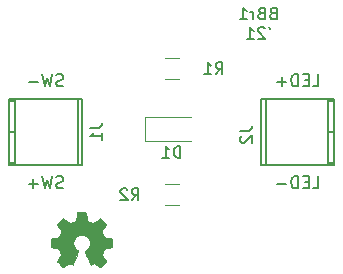
<source format=gbr>
%TF.GenerationSoftware,KiCad,Pcbnew,(5.1.10)-1*%
%TF.CreationDate,2021-07-05T16:14:48-04:00*%
%TF.ProjectId,button_mount,62757474-6f6e-45f6-9d6f-756e742e6b69,rev?*%
%TF.SameCoordinates,Original*%
%TF.FileFunction,Legend,Bot*%
%TF.FilePolarity,Positive*%
%FSLAX46Y46*%
G04 Gerber Fmt 4.6, Leading zero omitted, Abs format (unit mm)*
G04 Created by KiCad (PCBNEW (5.1.10)-1) date 2021-07-05 16:14:48*
%MOMM*%
%LPD*%
G01*
G04 APERTURE LIST*
%ADD10C,0.150000*%
%ADD11C,0.002540*%
%ADD12C,0.120000*%
G04 APERTURE END LIST*
D10*
X126436285Y-78859571D02*
X126293428Y-78907190D01*
X126245809Y-78954809D01*
X126198190Y-79050047D01*
X126198190Y-79192904D01*
X126245809Y-79288142D01*
X126293428Y-79335761D01*
X126388666Y-79383380D01*
X126769619Y-79383380D01*
X126769619Y-78383380D01*
X126436285Y-78383380D01*
X126341047Y-78431000D01*
X126293428Y-78478619D01*
X126245809Y-78573857D01*
X126245809Y-78669095D01*
X126293428Y-78764333D01*
X126341047Y-78811952D01*
X126436285Y-78859571D01*
X126769619Y-78859571D01*
X125436285Y-78859571D02*
X125293428Y-78907190D01*
X125245809Y-78954809D01*
X125198190Y-79050047D01*
X125198190Y-79192904D01*
X125245809Y-79288142D01*
X125293428Y-79335761D01*
X125388666Y-79383380D01*
X125769619Y-79383380D01*
X125769619Y-78383380D01*
X125436285Y-78383380D01*
X125341047Y-78431000D01*
X125293428Y-78478619D01*
X125245809Y-78573857D01*
X125245809Y-78669095D01*
X125293428Y-78764333D01*
X125341047Y-78811952D01*
X125436285Y-78859571D01*
X125769619Y-78859571D01*
X124769619Y-79383380D02*
X124769619Y-78716714D01*
X124769619Y-78907190D02*
X124722000Y-78811952D01*
X124674380Y-78764333D01*
X124579142Y-78716714D01*
X124483904Y-78716714D01*
X123626761Y-79383380D02*
X124198190Y-79383380D01*
X123912476Y-79383380D02*
X123912476Y-78383380D01*
X124007714Y-78526238D01*
X124102952Y-78621476D01*
X124198190Y-78669095D01*
X126126761Y-80033380D02*
X126222000Y-80223857D01*
X125745809Y-80128619D02*
X125698190Y-80081000D01*
X125602952Y-80033380D01*
X125364857Y-80033380D01*
X125269619Y-80081000D01*
X125222000Y-80128619D01*
X125174380Y-80223857D01*
X125174380Y-80319095D01*
X125222000Y-80461952D01*
X125793428Y-81033380D01*
X125174380Y-81033380D01*
X124222000Y-81033380D02*
X124793428Y-81033380D01*
X124507714Y-81033380D02*
X124507714Y-80033380D01*
X124602952Y-80176238D01*
X124698190Y-80271476D01*
X124793428Y-80319095D01*
X129785904Y-93670380D02*
X130262095Y-93670380D01*
X130262095Y-92670380D01*
X129452571Y-93146571D02*
X129119238Y-93146571D01*
X128976380Y-93670380D02*
X129452571Y-93670380D01*
X129452571Y-92670380D01*
X128976380Y-92670380D01*
X128547809Y-93670380D02*
X128547809Y-92670380D01*
X128309714Y-92670380D01*
X128166857Y-92718000D01*
X128071619Y-92813238D01*
X128024000Y-92908476D01*
X127976380Y-93098952D01*
X127976380Y-93241809D01*
X128024000Y-93432285D01*
X128071619Y-93527523D01*
X128166857Y-93622761D01*
X128309714Y-93670380D01*
X128547809Y-93670380D01*
X127547809Y-93289428D02*
X126785904Y-93289428D01*
X129785904Y-85034380D02*
X130262095Y-85034380D01*
X130262095Y-84034380D01*
X129452571Y-84510571D02*
X129119238Y-84510571D01*
X128976380Y-85034380D02*
X129452571Y-85034380D01*
X129452571Y-84034380D01*
X128976380Y-84034380D01*
X128547809Y-85034380D02*
X128547809Y-84034380D01*
X128309714Y-84034380D01*
X128166857Y-84082000D01*
X128071619Y-84177238D01*
X128024000Y-84272476D01*
X127976380Y-84462952D01*
X127976380Y-84605809D01*
X128024000Y-84796285D01*
X128071619Y-84891523D01*
X128166857Y-84986761D01*
X128309714Y-85034380D01*
X128547809Y-85034380D01*
X127547809Y-84653428D02*
X126785904Y-84653428D01*
X127166857Y-85034380D02*
X127166857Y-84272476D01*
X108664190Y-84986761D02*
X108521333Y-85034380D01*
X108283238Y-85034380D01*
X108188000Y-84986761D01*
X108140380Y-84939142D01*
X108092761Y-84843904D01*
X108092761Y-84748666D01*
X108140380Y-84653428D01*
X108188000Y-84605809D01*
X108283238Y-84558190D01*
X108473714Y-84510571D01*
X108568952Y-84462952D01*
X108616571Y-84415333D01*
X108664190Y-84320095D01*
X108664190Y-84224857D01*
X108616571Y-84129619D01*
X108568952Y-84082000D01*
X108473714Y-84034380D01*
X108235619Y-84034380D01*
X108092761Y-84082000D01*
X107759428Y-84034380D02*
X107521333Y-85034380D01*
X107330857Y-84320095D01*
X107140380Y-85034380D01*
X106902285Y-84034380D01*
X106521333Y-84653428D02*
X105759428Y-84653428D01*
X108664190Y-93622761D02*
X108521333Y-93670380D01*
X108283238Y-93670380D01*
X108188000Y-93622761D01*
X108140380Y-93575142D01*
X108092761Y-93479904D01*
X108092761Y-93384666D01*
X108140380Y-93289428D01*
X108188000Y-93241809D01*
X108283238Y-93194190D01*
X108473714Y-93146571D01*
X108568952Y-93098952D01*
X108616571Y-93051333D01*
X108664190Y-92956095D01*
X108664190Y-92860857D01*
X108616571Y-92765619D01*
X108568952Y-92718000D01*
X108473714Y-92670380D01*
X108235619Y-92670380D01*
X108092761Y-92718000D01*
X107759428Y-92670380D02*
X107521333Y-93670380D01*
X107330857Y-92956095D01*
X107140380Y-93670380D01*
X106902285Y-92670380D01*
X106521333Y-93289428D02*
X105759428Y-93289428D01*
X106140380Y-93670380D02*
X106140380Y-92908476D01*
D11*
%TO.C,G\u002A\u002A\u002A*%
G36*
X111810800Y-100378260D02*
G01*
X111782860Y-100365560D01*
X111721900Y-100324920D01*
X111635540Y-100269040D01*
X111533940Y-100200460D01*
X111429800Y-100131880D01*
X111345980Y-100073460D01*
X111287560Y-100035360D01*
X111262160Y-100022660D01*
X111249460Y-100027740D01*
X111198660Y-100050600D01*
X111127540Y-100088700D01*
X111086900Y-100109020D01*
X111023400Y-100136960D01*
X110990380Y-100142040D01*
X110985300Y-100134420D01*
X110959900Y-100083620D01*
X110924340Y-99999800D01*
X110873540Y-99885500D01*
X110817660Y-99753420D01*
X110756700Y-99611180D01*
X110698280Y-99466400D01*
X110639860Y-99329240D01*
X110589060Y-99204780D01*
X110548420Y-99103180D01*
X110520480Y-99032060D01*
X110510320Y-99001580D01*
X110515400Y-98996500D01*
X110545880Y-98963480D01*
X110604300Y-98920300D01*
X110726220Y-98821240D01*
X110848140Y-98668840D01*
X110921800Y-98498660D01*
X110947200Y-98305620D01*
X110926880Y-98127820D01*
X110855760Y-97960180D01*
X110736380Y-97807780D01*
X110594140Y-97693480D01*
X110423960Y-97619820D01*
X110236000Y-97596960D01*
X110055660Y-97617280D01*
X109880400Y-97685860D01*
X109728000Y-97802700D01*
X109664500Y-97878900D01*
X109573060Y-98033840D01*
X109522260Y-98198940D01*
X109517180Y-98239580D01*
X109524800Y-98422460D01*
X109578140Y-98597720D01*
X109674660Y-98755200D01*
X109809280Y-98882200D01*
X109827060Y-98894900D01*
X109888020Y-98940620D01*
X109931200Y-98973640D01*
X109961680Y-98999040D01*
X109730540Y-99560380D01*
X109692440Y-99649280D01*
X109628940Y-99801680D01*
X109573060Y-99933760D01*
X109527340Y-100037900D01*
X109496860Y-100109020D01*
X109484160Y-100136960D01*
X109481620Y-100136960D01*
X109461300Y-100142040D01*
X109418120Y-100126800D01*
X109341920Y-100088700D01*
X109288580Y-100060760D01*
X109230160Y-100032820D01*
X109202220Y-100022660D01*
X109179360Y-100035360D01*
X109123480Y-100070920D01*
X109039660Y-100126800D01*
X108940600Y-100195380D01*
X108844080Y-100258880D01*
X108757720Y-100317300D01*
X108691680Y-100357940D01*
X108661200Y-100375720D01*
X108656120Y-100375720D01*
X108628180Y-100360480D01*
X108579920Y-100317300D01*
X108503720Y-100246180D01*
X108394500Y-100139500D01*
X108379260Y-100124260D01*
X108290360Y-100032820D01*
X108216700Y-99956620D01*
X108168440Y-99903280D01*
X108153200Y-99877880D01*
X108168440Y-99847400D01*
X108209080Y-99783900D01*
X108267500Y-99695000D01*
X108338620Y-99590860D01*
X108524040Y-99321620D01*
X108419900Y-99067620D01*
X108389420Y-98991420D01*
X108351320Y-98897440D01*
X108320840Y-98828860D01*
X108305600Y-98800920D01*
X108277660Y-98790760D01*
X108209080Y-98772980D01*
X108107480Y-98752660D01*
X107988100Y-98729800D01*
X107873800Y-98709480D01*
X107769660Y-98689160D01*
X107693460Y-98673920D01*
X107660440Y-98668840D01*
X107652820Y-98663760D01*
X107645200Y-98645980D01*
X107642660Y-98612960D01*
X107637580Y-98549460D01*
X107637580Y-98450400D01*
X107637580Y-98305620D01*
X107637580Y-98290380D01*
X107637580Y-98153220D01*
X107640120Y-98044000D01*
X107645200Y-97975420D01*
X107650280Y-97947480D01*
X107683300Y-97939860D01*
X107754420Y-97922080D01*
X107858560Y-97904300D01*
X107983020Y-97878900D01*
X107990640Y-97878900D01*
X108112560Y-97853500D01*
X108216700Y-97833180D01*
X108287820Y-97815400D01*
X108318300Y-97807780D01*
X108325920Y-97797620D01*
X108348780Y-97749360D01*
X108384340Y-97673160D01*
X108424980Y-97581720D01*
X108465620Y-97485200D01*
X108501180Y-97396300D01*
X108524040Y-97332800D01*
X108531660Y-97302320D01*
X108511340Y-97271840D01*
X108470700Y-97208340D01*
X108409740Y-97121980D01*
X108338620Y-97015300D01*
X108333540Y-97007680D01*
X108262420Y-96903540D01*
X108204000Y-96817180D01*
X108165900Y-96753680D01*
X108153200Y-96725740D01*
X108153200Y-96723200D01*
X108176060Y-96692720D01*
X108229400Y-96634300D01*
X108305600Y-96555560D01*
X108394500Y-96461580D01*
X108424980Y-96433640D01*
X108526580Y-96334580D01*
X108595160Y-96271080D01*
X108640880Y-96235520D01*
X108661200Y-96227900D01*
X108661200Y-96230440D01*
X108691680Y-96248220D01*
X108757720Y-96291400D01*
X108846620Y-96352360D01*
X108953300Y-96423480D01*
X108960920Y-96428560D01*
X109065060Y-96499680D01*
X109151420Y-96558100D01*
X109212380Y-96598740D01*
X109240320Y-96613980D01*
X109242860Y-96613980D01*
X109286040Y-96601280D01*
X109359700Y-96575880D01*
X109451140Y-96540320D01*
X109547660Y-96502220D01*
X109634020Y-96466660D01*
X109700060Y-96436180D01*
X109730540Y-96418400D01*
X109730540Y-96415860D01*
X109743240Y-96380300D01*
X109761020Y-96301560D01*
X109783880Y-96194880D01*
X109806740Y-96067880D01*
X109811820Y-96047560D01*
X109834680Y-95923100D01*
X109855000Y-95821500D01*
X109867700Y-95750380D01*
X109875320Y-95719900D01*
X109893100Y-95717360D01*
X109954060Y-95712280D01*
X110045500Y-95709740D01*
X110157260Y-95707200D01*
X110274100Y-95709740D01*
X110388400Y-95712280D01*
X110487460Y-95714820D01*
X110558580Y-95719900D01*
X110586520Y-95724980D01*
X110589060Y-95727520D01*
X110599220Y-95765620D01*
X110617000Y-95844360D01*
X110637320Y-95951040D01*
X110662720Y-96078040D01*
X110667800Y-96100900D01*
X110690660Y-96225360D01*
X110710980Y-96326960D01*
X110726220Y-96395540D01*
X110733840Y-96423480D01*
X110744000Y-96428560D01*
X110794800Y-96451420D01*
X110878620Y-96486980D01*
X110980220Y-96527620D01*
X111218980Y-96624140D01*
X111511080Y-96423480D01*
X111539020Y-96405700D01*
X111643160Y-96334580D01*
X111729520Y-96276160D01*
X111790480Y-96238060D01*
X111813340Y-96222820D01*
X111815880Y-96225360D01*
X111843820Y-96250760D01*
X111902240Y-96304100D01*
X111980980Y-96380300D01*
X112074960Y-96471740D01*
X112141000Y-96540320D01*
X112222280Y-96624140D01*
X112273080Y-96677480D01*
X112301020Y-96713040D01*
X112311180Y-96735900D01*
X112308640Y-96748600D01*
X112288320Y-96779080D01*
X112247680Y-96842580D01*
X112186720Y-96931480D01*
X112115600Y-97035620D01*
X112057180Y-97121980D01*
X111993680Y-97218500D01*
X111953040Y-97289620D01*
X111937800Y-97322640D01*
X111942880Y-97337880D01*
X111960660Y-97393760D01*
X111996220Y-97480120D01*
X112039400Y-97584260D01*
X112141000Y-97815400D01*
X112293400Y-97843340D01*
X112384840Y-97861120D01*
X112514380Y-97886520D01*
X112636300Y-97909380D01*
X112829340Y-97947480D01*
X112834420Y-98651060D01*
X112806480Y-98663760D01*
X112776000Y-98671380D01*
X112704880Y-98686620D01*
X112603280Y-98706940D01*
X112483900Y-98729800D01*
X112382300Y-98747580D01*
X112280700Y-98767900D01*
X112207040Y-98780600D01*
X112174020Y-98788220D01*
X112166400Y-98800920D01*
X112138460Y-98849180D01*
X112102900Y-98927920D01*
X112062260Y-99024440D01*
X112021620Y-99123500D01*
X111986060Y-99212400D01*
X111960660Y-99283520D01*
X111950500Y-99319080D01*
X111965740Y-99344480D01*
X112003840Y-99405440D01*
X112059720Y-99491800D01*
X112130840Y-99593400D01*
X112199420Y-99695000D01*
X112257840Y-99783900D01*
X112298480Y-99847400D01*
X112316260Y-99875340D01*
X112308640Y-99893120D01*
X112268000Y-99943920D01*
X112189260Y-100022660D01*
X112074960Y-100136960D01*
X112057180Y-100154740D01*
X111965740Y-100243640D01*
X111889540Y-100314760D01*
X111836200Y-100360480D01*
X111810800Y-100378260D01*
G37*
X111810800Y-100378260D02*
X111782860Y-100365560D01*
X111721900Y-100324920D01*
X111635540Y-100269040D01*
X111533940Y-100200460D01*
X111429800Y-100131880D01*
X111345980Y-100073460D01*
X111287560Y-100035360D01*
X111262160Y-100022660D01*
X111249460Y-100027740D01*
X111198660Y-100050600D01*
X111127540Y-100088700D01*
X111086900Y-100109020D01*
X111023400Y-100136960D01*
X110990380Y-100142040D01*
X110985300Y-100134420D01*
X110959900Y-100083620D01*
X110924340Y-99999800D01*
X110873540Y-99885500D01*
X110817660Y-99753420D01*
X110756700Y-99611180D01*
X110698280Y-99466400D01*
X110639860Y-99329240D01*
X110589060Y-99204780D01*
X110548420Y-99103180D01*
X110520480Y-99032060D01*
X110510320Y-99001580D01*
X110515400Y-98996500D01*
X110545880Y-98963480D01*
X110604300Y-98920300D01*
X110726220Y-98821240D01*
X110848140Y-98668840D01*
X110921800Y-98498660D01*
X110947200Y-98305620D01*
X110926880Y-98127820D01*
X110855760Y-97960180D01*
X110736380Y-97807780D01*
X110594140Y-97693480D01*
X110423960Y-97619820D01*
X110236000Y-97596960D01*
X110055660Y-97617280D01*
X109880400Y-97685860D01*
X109728000Y-97802700D01*
X109664500Y-97878900D01*
X109573060Y-98033840D01*
X109522260Y-98198940D01*
X109517180Y-98239580D01*
X109524800Y-98422460D01*
X109578140Y-98597720D01*
X109674660Y-98755200D01*
X109809280Y-98882200D01*
X109827060Y-98894900D01*
X109888020Y-98940620D01*
X109931200Y-98973640D01*
X109961680Y-98999040D01*
X109730540Y-99560380D01*
X109692440Y-99649280D01*
X109628940Y-99801680D01*
X109573060Y-99933760D01*
X109527340Y-100037900D01*
X109496860Y-100109020D01*
X109484160Y-100136960D01*
X109481620Y-100136960D01*
X109461300Y-100142040D01*
X109418120Y-100126800D01*
X109341920Y-100088700D01*
X109288580Y-100060760D01*
X109230160Y-100032820D01*
X109202220Y-100022660D01*
X109179360Y-100035360D01*
X109123480Y-100070920D01*
X109039660Y-100126800D01*
X108940600Y-100195380D01*
X108844080Y-100258880D01*
X108757720Y-100317300D01*
X108691680Y-100357940D01*
X108661200Y-100375720D01*
X108656120Y-100375720D01*
X108628180Y-100360480D01*
X108579920Y-100317300D01*
X108503720Y-100246180D01*
X108394500Y-100139500D01*
X108379260Y-100124260D01*
X108290360Y-100032820D01*
X108216700Y-99956620D01*
X108168440Y-99903280D01*
X108153200Y-99877880D01*
X108168440Y-99847400D01*
X108209080Y-99783900D01*
X108267500Y-99695000D01*
X108338620Y-99590860D01*
X108524040Y-99321620D01*
X108419900Y-99067620D01*
X108389420Y-98991420D01*
X108351320Y-98897440D01*
X108320840Y-98828860D01*
X108305600Y-98800920D01*
X108277660Y-98790760D01*
X108209080Y-98772980D01*
X108107480Y-98752660D01*
X107988100Y-98729800D01*
X107873800Y-98709480D01*
X107769660Y-98689160D01*
X107693460Y-98673920D01*
X107660440Y-98668840D01*
X107652820Y-98663760D01*
X107645200Y-98645980D01*
X107642660Y-98612960D01*
X107637580Y-98549460D01*
X107637580Y-98450400D01*
X107637580Y-98305620D01*
X107637580Y-98290380D01*
X107637580Y-98153220D01*
X107640120Y-98044000D01*
X107645200Y-97975420D01*
X107650280Y-97947480D01*
X107683300Y-97939860D01*
X107754420Y-97922080D01*
X107858560Y-97904300D01*
X107983020Y-97878900D01*
X107990640Y-97878900D01*
X108112560Y-97853500D01*
X108216700Y-97833180D01*
X108287820Y-97815400D01*
X108318300Y-97807780D01*
X108325920Y-97797620D01*
X108348780Y-97749360D01*
X108384340Y-97673160D01*
X108424980Y-97581720D01*
X108465620Y-97485200D01*
X108501180Y-97396300D01*
X108524040Y-97332800D01*
X108531660Y-97302320D01*
X108511340Y-97271840D01*
X108470700Y-97208340D01*
X108409740Y-97121980D01*
X108338620Y-97015300D01*
X108333540Y-97007680D01*
X108262420Y-96903540D01*
X108204000Y-96817180D01*
X108165900Y-96753680D01*
X108153200Y-96725740D01*
X108153200Y-96723200D01*
X108176060Y-96692720D01*
X108229400Y-96634300D01*
X108305600Y-96555560D01*
X108394500Y-96461580D01*
X108424980Y-96433640D01*
X108526580Y-96334580D01*
X108595160Y-96271080D01*
X108640880Y-96235520D01*
X108661200Y-96227900D01*
X108661200Y-96230440D01*
X108691680Y-96248220D01*
X108757720Y-96291400D01*
X108846620Y-96352360D01*
X108953300Y-96423480D01*
X108960920Y-96428560D01*
X109065060Y-96499680D01*
X109151420Y-96558100D01*
X109212380Y-96598740D01*
X109240320Y-96613980D01*
X109242860Y-96613980D01*
X109286040Y-96601280D01*
X109359700Y-96575880D01*
X109451140Y-96540320D01*
X109547660Y-96502220D01*
X109634020Y-96466660D01*
X109700060Y-96436180D01*
X109730540Y-96418400D01*
X109730540Y-96415860D01*
X109743240Y-96380300D01*
X109761020Y-96301560D01*
X109783880Y-96194880D01*
X109806740Y-96067880D01*
X109811820Y-96047560D01*
X109834680Y-95923100D01*
X109855000Y-95821500D01*
X109867700Y-95750380D01*
X109875320Y-95719900D01*
X109893100Y-95717360D01*
X109954060Y-95712280D01*
X110045500Y-95709740D01*
X110157260Y-95707200D01*
X110274100Y-95709740D01*
X110388400Y-95712280D01*
X110487460Y-95714820D01*
X110558580Y-95719900D01*
X110586520Y-95724980D01*
X110589060Y-95727520D01*
X110599220Y-95765620D01*
X110617000Y-95844360D01*
X110637320Y-95951040D01*
X110662720Y-96078040D01*
X110667800Y-96100900D01*
X110690660Y-96225360D01*
X110710980Y-96326960D01*
X110726220Y-96395540D01*
X110733840Y-96423480D01*
X110744000Y-96428560D01*
X110794800Y-96451420D01*
X110878620Y-96486980D01*
X110980220Y-96527620D01*
X111218980Y-96624140D01*
X111511080Y-96423480D01*
X111539020Y-96405700D01*
X111643160Y-96334580D01*
X111729520Y-96276160D01*
X111790480Y-96238060D01*
X111813340Y-96222820D01*
X111815880Y-96225360D01*
X111843820Y-96250760D01*
X111902240Y-96304100D01*
X111980980Y-96380300D01*
X112074960Y-96471740D01*
X112141000Y-96540320D01*
X112222280Y-96624140D01*
X112273080Y-96677480D01*
X112301020Y-96713040D01*
X112311180Y-96735900D01*
X112308640Y-96748600D01*
X112288320Y-96779080D01*
X112247680Y-96842580D01*
X112186720Y-96931480D01*
X112115600Y-97035620D01*
X112057180Y-97121980D01*
X111993680Y-97218500D01*
X111953040Y-97289620D01*
X111937800Y-97322640D01*
X111942880Y-97337880D01*
X111960660Y-97393760D01*
X111996220Y-97480120D01*
X112039400Y-97584260D01*
X112141000Y-97815400D01*
X112293400Y-97843340D01*
X112384840Y-97861120D01*
X112514380Y-97886520D01*
X112636300Y-97909380D01*
X112829340Y-97947480D01*
X112834420Y-98651060D01*
X112806480Y-98663760D01*
X112776000Y-98671380D01*
X112704880Y-98686620D01*
X112603280Y-98706940D01*
X112483900Y-98729800D01*
X112382300Y-98747580D01*
X112280700Y-98767900D01*
X112207040Y-98780600D01*
X112174020Y-98788220D01*
X112166400Y-98800920D01*
X112138460Y-98849180D01*
X112102900Y-98927920D01*
X112062260Y-99024440D01*
X112021620Y-99123500D01*
X111986060Y-99212400D01*
X111960660Y-99283520D01*
X111950500Y-99319080D01*
X111965740Y-99344480D01*
X112003840Y-99405440D01*
X112059720Y-99491800D01*
X112130840Y-99593400D01*
X112199420Y-99695000D01*
X112257840Y-99783900D01*
X112298480Y-99847400D01*
X112316260Y-99875340D01*
X112308640Y-99893120D01*
X112268000Y-99943920D01*
X112189260Y-100022660D01*
X112074960Y-100136960D01*
X112057180Y-100154740D01*
X111965740Y-100243640D01*
X111889540Y-100314760D01*
X111836200Y-100360480D01*
X111810800Y-100378260D01*
D10*
%TO.C,J2*%
X125425200Y-86100920D02*
X131622800Y-86100920D01*
X125425200Y-91699080D02*
X125425200Y-86100920D01*
X131622800Y-91699080D02*
X125425200Y-91699080D01*
X131622800Y-86100920D02*
X131622800Y-91699080D01*
X125823980Y-86100920D02*
X125823980Y-91699080D01*
X131622800Y-88900000D02*
X131124960Y-88900000D01*
X131124960Y-91500960D02*
X131622800Y-91500960D01*
X131622800Y-86299040D02*
X131124960Y-86299040D01*
X131124960Y-91699080D02*
X131124960Y-86100920D01*
D12*
%TO.C,R2*%
X118456000Y-93354000D02*
X117256000Y-93354000D01*
X117256000Y-95114000D02*
X118456000Y-95114000D01*
%TO.C,R1*%
X117256000Y-84446000D02*
X118456000Y-84446000D01*
X118456000Y-82686000D02*
X117256000Y-82686000D01*
D10*
%TO.C,J1*%
X110286800Y-91699080D02*
X104089200Y-91699080D01*
X110286800Y-86100920D02*
X110286800Y-91699080D01*
X104089200Y-86100920D02*
X110286800Y-86100920D01*
X104089200Y-91699080D02*
X104089200Y-86100920D01*
X109888020Y-91699080D02*
X109888020Y-86100920D01*
X104089200Y-88900000D02*
X104587040Y-88900000D01*
X104587040Y-86299040D02*
X104089200Y-86299040D01*
X104089200Y-91500960D02*
X104587040Y-91500960D01*
X104587040Y-86100920D02*
X104587040Y-91699080D01*
D12*
%TO.C,D1*%
X115606000Y-89646000D02*
X119506000Y-89646000D01*
X115606000Y-87646000D02*
X119506000Y-87646000D01*
X115606000Y-89646000D02*
X115606000Y-87646000D01*
%TO.C,J2*%
D10*
X123658380Y-88820666D02*
X124372666Y-88820666D01*
X124515523Y-88773047D01*
X124610761Y-88677809D01*
X124658380Y-88534952D01*
X124658380Y-88439714D01*
X123753619Y-89249238D02*
X123706000Y-89296857D01*
X123658380Y-89392095D01*
X123658380Y-89630190D01*
X123706000Y-89725428D01*
X123753619Y-89773047D01*
X123848857Y-89820666D01*
X123944095Y-89820666D01*
X124086952Y-89773047D01*
X124658380Y-89201619D01*
X124658380Y-89820666D01*
%TO.C,R2*%
X114466666Y-94686380D02*
X114800000Y-94210190D01*
X115038095Y-94686380D02*
X115038095Y-93686380D01*
X114657142Y-93686380D01*
X114561904Y-93734000D01*
X114514285Y-93781619D01*
X114466666Y-93876857D01*
X114466666Y-94019714D01*
X114514285Y-94114952D01*
X114561904Y-94162571D01*
X114657142Y-94210190D01*
X115038095Y-94210190D01*
X114085714Y-93781619D02*
X114038095Y-93734000D01*
X113942857Y-93686380D01*
X113704761Y-93686380D01*
X113609523Y-93734000D01*
X113561904Y-93781619D01*
X113514285Y-93876857D01*
X113514285Y-93972095D01*
X113561904Y-94114952D01*
X114133333Y-94686380D01*
X113514285Y-94686380D01*
%TO.C,R1*%
X121578666Y-84018380D02*
X121912000Y-83542190D01*
X122150095Y-84018380D02*
X122150095Y-83018380D01*
X121769142Y-83018380D01*
X121673904Y-83066000D01*
X121626285Y-83113619D01*
X121578666Y-83208857D01*
X121578666Y-83351714D01*
X121626285Y-83446952D01*
X121673904Y-83494571D01*
X121769142Y-83542190D01*
X122150095Y-83542190D01*
X120626285Y-84018380D02*
X121197714Y-84018380D01*
X120912000Y-84018380D02*
X120912000Y-83018380D01*
X121007238Y-83161238D01*
X121102476Y-83256476D01*
X121197714Y-83304095D01*
%TO.C,J1*%
X110958380Y-88566666D02*
X111672666Y-88566666D01*
X111815523Y-88519047D01*
X111910761Y-88423809D01*
X111958380Y-88280952D01*
X111958380Y-88185714D01*
X111958380Y-89566666D02*
X111958380Y-88995238D01*
X111958380Y-89280952D02*
X110958380Y-89280952D01*
X111101238Y-89185714D01*
X111196476Y-89090476D01*
X111244095Y-88995238D01*
%TO.C,D1*%
X118594095Y-91098380D02*
X118594095Y-90098380D01*
X118356000Y-90098380D01*
X118213142Y-90146000D01*
X118117904Y-90241238D01*
X118070285Y-90336476D01*
X118022666Y-90526952D01*
X118022666Y-90669809D01*
X118070285Y-90860285D01*
X118117904Y-90955523D01*
X118213142Y-91050761D01*
X118356000Y-91098380D01*
X118594095Y-91098380D01*
X117070285Y-91098380D02*
X117641714Y-91098380D01*
X117356000Y-91098380D02*
X117356000Y-90098380D01*
X117451238Y-90241238D01*
X117546476Y-90336476D01*
X117641714Y-90384095D01*
%TD*%
M02*

</source>
